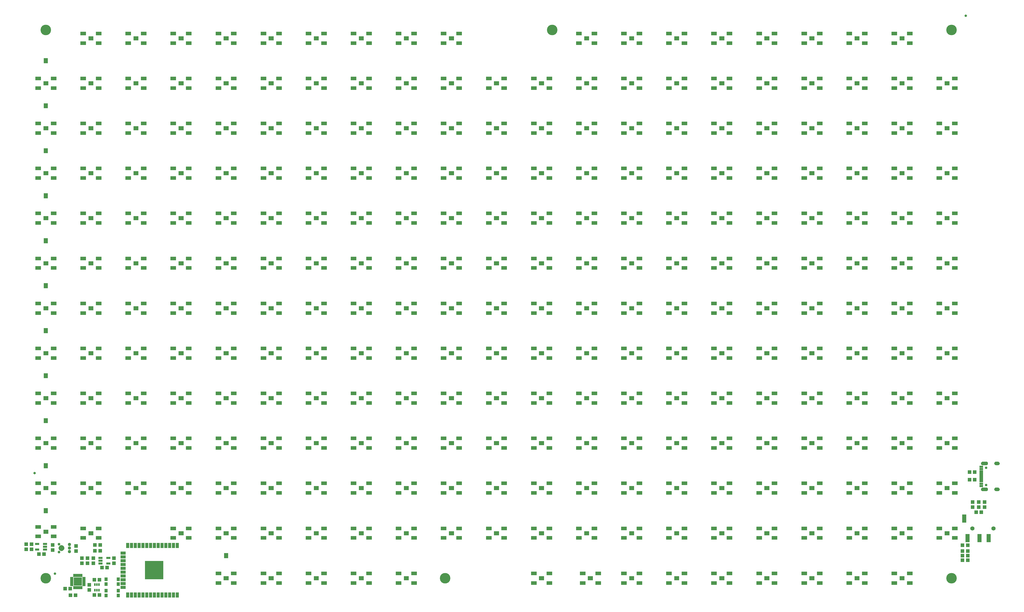
<source format=gts>
G04 EAGLE Gerber RS-274X export*
G75*
%MOMM*%
%FSLAX34Y34*%
%LPD*%
%INSoldermask Top*%
%IPPOS*%
%AMOC8*
5,1,8,0,0,1.08239X$1,22.5*%
G01*
%ADD10R,1.203200X1.303200*%
%ADD11C,0.838200*%
%ADD12R,0.503200X0.863200*%
%ADD13R,1.303200X1.203200*%
%ADD14R,1.103200X1.203200*%
%ADD15R,1.103200X1.703200*%
%ADD16R,1.703200X1.103200*%
%ADD17R,6.203200X6.203200*%
%ADD18R,1.403200X0.753200*%
%ADD19R,0.503200X1.053200*%
%ADD20R,1.053200X0.503200*%
%ADD21R,2.753200X2.753200*%
%ADD22C,3.505200*%
%ADD23R,1.219200X0.503200*%
%ADD24R,1.219200X0.803200*%
%ADD25R,1.219200X0.753200*%
%ADD26C,0.853200*%
%ADD27R,1.403200X2.703200*%
%ADD28C,1.403200*%
%ADD29C,0.500000*%
%ADD30C,0.903200*%
%ADD31C,1.103200*%
%ADD32R,1.854200X1.203200*%
%ADD33R,0.838200X1.473200*%
%ADD34R,1.473200X0.838200*%

G36*
X3205355Y451584D02*
X3205355Y451584D01*
X3205358Y451581D01*
X3206625Y451786D01*
X3206631Y451792D01*
X3206636Y451789D01*
X3207825Y452271D01*
X3207829Y452278D01*
X3207835Y452276D01*
X3208888Y453010D01*
X3208890Y453018D01*
X3208896Y453017D01*
X3209759Y453967D01*
X3209760Y453976D01*
X3209765Y453976D01*
X3210395Y455095D01*
X3210394Y455103D01*
X3210400Y455105D01*
X3210765Y456335D01*
X3210762Y456342D01*
X3210766Y456345D01*
X3210765Y456345D01*
X3210767Y456346D01*
X3210849Y457627D01*
X3210847Y457631D01*
X3210849Y457633D01*
X3210767Y458914D01*
X3210761Y458920D01*
X3210765Y458925D01*
X3210400Y460155D01*
X3210393Y460160D01*
X3210395Y460165D01*
X3209765Y461284D01*
X3209758Y461287D01*
X3209759Y461293D01*
X3208896Y462243D01*
X3208888Y462244D01*
X3208888Y462250D01*
X3207835Y462984D01*
X3207827Y462984D01*
X3207825Y462989D01*
X3206636Y463471D01*
X3206628Y463469D01*
X3206625Y463474D01*
X3205358Y463679D01*
X3205353Y463676D01*
X3205350Y463679D01*
X3193350Y463679D01*
X3193346Y463676D01*
X3193343Y463679D01*
X3192221Y463524D01*
X3192216Y463519D01*
X3192212Y463522D01*
X3191141Y463151D01*
X3191137Y463145D01*
X3191132Y463147D01*
X3190155Y462574D01*
X3190152Y462568D01*
X3190147Y462569D01*
X3189300Y461816D01*
X3189298Y461809D01*
X3189293Y461809D01*
X3188609Y460906D01*
X3188609Y460899D01*
X3188604Y460898D01*
X3188109Y459879D01*
X3188111Y459872D01*
X3188109Y459871D01*
X3188106Y459870D01*
X3187819Y458773D01*
X3187822Y458767D01*
X3187818Y458764D01*
X3187751Y457633D01*
X3187753Y457629D01*
X3187751Y457627D01*
X3187818Y456496D01*
X3187823Y456491D01*
X3187819Y456487D01*
X3188106Y455390D01*
X3188112Y455386D01*
X3188109Y455381D01*
X3188604Y454362D01*
X3188610Y454359D01*
X3188609Y454354D01*
X3189293Y453451D01*
X3189300Y453449D01*
X3189300Y453444D01*
X3190147Y452691D01*
X3190154Y452691D01*
X3190155Y452686D01*
X3191132Y452113D01*
X3191139Y452114D01*
X3191141Y452109D01*
X3192212Y451738D01*
X3192218Y451741D01*
X3192221Y451736D01*
X3193343Y451581D01*
X3193348Y451584D01*
X3193350Y451581D01*
X3205350Y451581D01*
X3205355Y451584D01*
G37*
G36*
X3205355Y365184D02*
X3205355Y365184D01*
X3205358Y365181D01*
X3206625Y365386D01*
X3206631Y365392D01*
X3206636Y365389D01*
X3207825Y365871D01*
X3207829Y365878D01*
X3207835Y365876D01*
X3208888Y366610D01*
X3208890Y366618D01*
X3208896Y366617D01*
X3209759Y367567D01*
X3209760Y367576D01*
X3209765Y367576D01*
X3210395Y368695D01*
X3210394Y368703D01*
X3210400Y368705D01*
X3210765Y369935D01*
X3210762Y369942D01*
X3210766Y369945D01*
X3210765Y369945D01*
X3210767Y369946D01*
X3210849Y371227D01*
X3210847Y371231D01*
X3210849Y371233D01*
X3210767Y372514D01*
X3210761Y372520D01*
X3210765Y372525D01*
X3210400Y373755D01*
X3210393Y373760D01*
X3210395Y373765D01*
X3209765Y374884D01*
X3209758Y374887D01*
X3209759Y374893D01*
X3208896Y375843D01*
X3208888Y375844D01*
X3208888Y375850D01*
X3207835Y376584D01*
X3207827Y376584D01*
X3207825Y376589D01*
X3206636Y377071D01*
X3206628Y377069D01*
X3206625Y377074D01*
X3205358Y377279D01*
X3205353Y377276D01*
X3205350Y377279D01*
X3193350Y377279D01*
X3193346Y377276D01*
X3193343Y377279D01*
X3192221Y377124D01*
X3192216Y377119D01*
X3192212Y377122D01*
X3191141Y376751D01*
X3191137Y376745D01*
X3191132Y376747D01*
X3190155Y376174D01*
X3190152Y376168D01*
X3190147Y376169D01*
X3189300Y375416D01*
X3189298Y375409D01*
X3189293Y375409D01*
X3188609Y374506D01*
X3188609Y374499D01*
X3188604Y374498D01*
X3188109Y373479D01*
X3188111Y373472D01*
X3188109Y373471D01*
X3188106Y373470D01*
X3187819Y372373D01*
X3187822Y372367D01*
X3187818Y372364D01*
X3187751Y371233D01*
X3187753Y371229D01*
X3187751Y371227D01*
X3187818Y370096D01*
X3187823Y370091D01*
X3187819Y370087D01*
X3188106Y368990D01*
X3188112Y368986D01*
X3188109Y368981D01*
X3188604Y367962D01*
X3188610Y367959D01*
X3188609Y367954D01*
X3189293Y367051D01*
X3189300Y367049D01*
X3189300Y367044D01*
X3190147Y366291D01*
X3190154Y366291D01*
X3190155Y366286D01*
X3191132Y365713D01*
X3191139Y365714D01*
X3191141Y365709D01*
X3192212Y365338D01*
X3192218Y365341D01*
X3192221Y365336D01*
X3193343Y365181D01*
X3193348Y365184D01*
X3193350Y365181D01*
X3205350Y365181D01*
X3205355Y365184D01*
G37*
G36*
X3244154Y365183D02*
X3244154Y365183D01*
X3244156Y365181D01*
X3245485Y365336D01*
X3245491Y365342D01*
X3245495Y365339D01*
X3246756Y365786D01*
X3246761Y365793D01*
X3246766Y365791D01*
X3247896Y366508D01*
X3247899Y366515D01*
X3247905Y366514D01*
X3248847Y367465D01*
X3248848Y367473D01*
X3248854Y367473D01*
X3249561Y368609D01*
X3249561Y368614D01*
X3249562Y368615D01*
X3249561Y368617D01*
X3249566Y368619D01*
X3250002Y369884D01*
X3250000Y369892D01*
X3250005Y369895D01*
X3250149Y371225D01*
X3250145Y371231D01*
X3250149Y371235D01*
X3250039Y372401D01*
X3250034Y372406D01*
X3250037Y372410D01*
X3249702Y373533D01*
X3249696Y373537D01*
X3249698Y373541D01*
X3249150Y374577D01*
X3249144Y374580D01*
X3249145Y374585D01*
X3248406Y375493D01*
X3248399Y375495D01*
X3248399Y375500D01*
X3247497Y376247D01*
X3247490Y376247D01*
X3247489Y376253D01*
X3246458Y376809D01*
X3246451Y376808D01*
X3246449Y376813D01*
X3245330Y377157D01*
X3245323Y377155D01*
X3245320Y377159D01*
X3244155Y377279D01*
X3244152Y377277D01*
X3244150Y377279D01*
X3238150Y377279D01*
X3238147Y377277D01*
X3238145Y377279D01*
X3236969Y377168D01*
X3236964Y377163D01*
X3236960Y377166D01*
X3235828Y376828D01*
X3235824Y376822D01*
X3235819Y376824D01*
X3234775Y376272D01*
X3234772Y376265D01*
X3234767Y376267D01*
X3233851Y375521D01*
X3233850Y375514D01*
X3233844Y375514D01*
X3233091Y374605D01*
X3233091Y374597D01*
X3233086Y374597D01*
X3232525Y373557D01*
X3232526Y373550D01*
X3232521Y373548D01*
X3232174Y372419D01*
X3232176Y372413D01*
X3232172Y372410D01*
X3232051Y371235D01*
X3232055Y371228D01*
X3232051Y371224D01*
X3232208Y369884D01*
X3232213Y369878D01*
X3232210Y369873D01*
X3232661Y368602D01*
X3232668Y368597D01*
X3232666Y368592D01*
X3233388Y367453D01*
X3233396Y367450D01*
X3233395Y367444D01*
X3234353Y366494D01*
X3234361Y366493D01*
X3234362Y366487D01*
X3235507Y365774D01*
X3235516Y365775D01*
X3235517Y365769D01*
X3236793Y365329D01*
X3236800Y365331D01*
X3236802Y365329D01*
X3236803Y365327D01*
X3238145Y365181D01*
X3238148Y365183D01*
X3238150Y365181D01*
X3244150Y365181D01*
X3244154Y365183D01*
G37*
G36*
X3244154Y451583D02*
X3244154Y451583D01*
X3244156Y451581D01*
X3245485Y451736D01*
X3245491Y451742D01*
X3245495Y451739D01*
X3246756Y452186D01*
X3246761Y452193D01*
X3246766Y452191D01*
X3247896Y452908D01*
X3247899Y452915D01*
X3247905Y452914D01*
X3248847Y453865D01*
X3248848Y453873D01*
X3248854Y453873D01*
X3249561Y455009D01*
X3249561Y455014D01*
X3249562Y455015D01*
X3249560Y455017D01*
X3249566Y455019D01*
X3250002Y456284D01*
X3250000Y456292D01*
X3250005Y456295D01*
X3250149Y457625D01*
X3250145Y457631D01*
X3250149Y457635D01*
X3250039Y458801D01*
X3250034Y458806D01*
X3250037Y458810D01*
X3249702Y459933D01*
X3249696Y459937D01*
X3249698Y459941D01*
X3249150Y460977D01*
X3249144Y460980D01*
X3249145Y460985D01*
X3248406Y461893D01*
X3248399Y461895D01*
X3248399Y461900D01*
X3247497Y462647D01*
X3247490Y462647D01*
X3247489Y462653D01*
X3246458Y463209D01*
X3246451Y463208D01*
X3246449Y463213D01*
X3245330Y463557D01*
X3245323Y463555D01*
X3245320Y463559D01*
X3244155Y463679D01*
X3244152Y463677D01*
X3244150Y463679D01*
X3238150Y463679D01*
X3238147Y463677D01*
X3238145Y463679D01*
X3236969Y463568D01*
X3236964Y463563D01*
X3236960Y463566D01*
X3235828Y463228D01*
X3235824Y463222D01*
X3235819Y463224D01*
X3234775Y462672D01*
X3234772Y462665D01*
X3234767Y462667D01*
X3233851Y461921D01*
X3233850Y461914D01*
X3233844Y461914D01*
X3233091Y461005D01*
X3233091Y460997D01*
X3233086Y460997D01*
X3232525Y459957D01*
X3232526Y459950D01*
X3232521Y459948D01*
X3232174Y458819D01*
X3232176Y458813D01*
X3232172Y458810D01*
X3232051Y457635D01*
X3232055Y457628D01*
X3232051Y457624D01*
X3232208Y456284D01*
X3232213Y456278D01*
X3232210Y456273D01*
X3232661Y455002D01*
X3232668Y454997D01*
X3232666Y454992D01*
X3233388Y453853D01*
X3233396Y453850D01*
X3233395Y453844D01*
X3234353Y452894D01*
X3234361Y452893D01*
X3234362Y452887D01*
X3235507Y452174D01*
X3235516Y452175D01*
X3235517Y452169D01*
X3236793Y451729D01*
X3236800Y451731D01*
X3236802Y451729D01*
X3236803Y451727D01*
X3238145Y451581D01*
X3238148Y451583D01*
X3238150Y451581D01*
X3244150Y451581D01*
X3244154Y451583D01*
G37*
D10*
X27450Y171200D03*
X27450Y188200D03*
D11*
X3137500Y1950000D03*
X37500Y425000D03*
X105000Y90000D03*
D12*
X238300Y35250D03*
X244800Y53650D03*
X251300Y53650D03*
X238300Y53650D03*
X244800Y35250D03*
X251300Y35250D03*
D13*
X156600Y17900D03*
X173600Y17900D03*
X236300Y19050D03*
X253300Y19050D03*
X236300Y69850D03*
X253300Y69850D03*
D10*
X219400Y52950D03*
X219400Y35950D03*
D14*
X275100Y55500D03*
X275100Y71500D03*
X316100Y71500D03*
X316100Y55500D03*
X316100Y33400D03*
X316100Y17400D03*
X275100Y17400D03*
X275100Y33400D03*
D15*
X512300Y183980D03*
X499600Y183980D03*
X486900Y183980D03*
X474200Y183980D03*
X461500Y183980D03*
X448800Y183980D03*
X436100Y183980D03*
X423400Y183980D03*
X410700Y183980D03*
X398000Y183980D03*
X385300Y183980D03*
X372600Y183980D03*
X359900Y183980D03*
X347200Y183980D03*
D16*
X332300Y158750D03*
X332300Y146050D03*
X332300Y133350D03*
X332300Y120650D03*
X332300Y107950D03*
X332300Y95250D03*
X332300Y82550D03*
X332300Y69850D03*
X332300Y57150D03*
X332300Y44450D03*
D15*
X347200Y19220D03*
X359900Y19220D03*
X372600Y19220D03*
X385300Y19220D03*
X398000Y19220D03*
X410700Y19220D03*
X423400Y19220D03*
X436100Y19220D03*
X448800Y19220D03*
X461500Y19220D03*
X474200Y19220D03*
X486900Y19220D03*
X499600Y19220D03*
X512300Y19220D03*
D17*
X435300Y101600D03*
D18*
X72201Y170200D03*
X72201Y179700D03*
X72201Y189200D03*
X46199Y189200D03*
X46199Y170200D03*
D19*
X168800Y84000D03*
X173800Y84000D03*
X178800Y84000D03*
X183800Y84000D03*
X188800Y84000D03*
X193800Y84000D03*
D20*
X201800Y76000D03*
X201800Y71000D03*
X201800Y66000D03*
X201800Y61000D03*
X201800Y56000D03*
X201800Y51000D03*
X160800Y51000D03*
X160800Y56000D03*
X160800Y61000D03*
X160800Y66000D03*
X160800Y71000D03*
X160800Y76000D03*
D19*
X193800Y43000D03*
X188800Y43000D03*
X183800Y43000D03*
X178800Y43000D03*
X173800Y43000D03*
X168800Y43000D03*
D21*
X181300Y63500D03*
D22*
X3090000Y75000D03*
X75000Y75000D03*
D23*
X3188610Y421930D03*
X3188610Y416930D03*
D24*
X3188610Y446680D03*
D25*
X3188610Y438930D03*
D23*
X3188610Y431930D03*
X3188610Y426930D03*
X3188610Y406930D03*
X3188610Y411930D03*
D24*
X3188610Y382180D03*
D25*
X3188610Y389930D03*
D23*
X3188610Y396930D03*
X3188610Y401930D03*
D26*
X3204600Y385530D03*
X3204600Y443330D03*
D13*
X3149900Y428400D03*
X3166900Y428400D03*
X3149900Y403000D03*
X3166900Y403000D03*
D27*
X3143000Y208500D03*
X3132000Y273500D03*
X3183000Y208500D03*
X3213000Y208500D03*
D28*
X3229000Y241000D03*
X3159000Y241000D03*
D29*
X120000Y175200D02*
X120002Y175372D01*
X120008Y175543D01*
X120019Y175715D01*
X120034Y175886D01*
X120053Y176057D01*
X120076Y176227D01*
X120103Y176397D01*
X120135Y176566D01*
X120170Y176734D01*
X120210Y176901D01*
X120254Y177067D01*
X120301Y177232D01*
X120353Y177396D01*
X120409Y177558D01*
X120469Y177719D01*
X120533Y177879D01*
X120601Y178037D01*
X120672Y178193D01*
X120747Y178347D01*
X120827Y178500D01*
X120909Y178650D01*
X120996Y178799D01*
X121086Y178945D01*
X121180Y179089D01*
X121277Y179231D01*
X121378Y179370D01*
X121482Y179507D01*
X121589Y179641D01*
X121700Y179772D01*
X121813Y179901D01*
X121930Y180027D01*
X122050Y180150D01*
X122173Y180270D01*
X122299Y180387D01*
X122428Y180500D01*
X122559Y180611D01*
X122693Y180718D01*
X122830Y180822D01*
X122969Y180923D01*
X123111Y181020D01*
X123255Y181114D01*
X123401Y181204D01*
X123550Y181291D01*
X123700Y181373D01*
X123853Y181453D01*
X124007Y181528D01*
X124163Y181599D01*
X124321Y181667D01*
X124481Y181731D01*
X124642Y181791D01*
X124804Y181847D01*
X124968Y181899D01*
X125133Y181946D01*
X125299Y181990D01*
X125466Y182030D01*
X125634Y182065D01*
X125803Y182097D01*
X125973Y182124D01*
X126143Y182147D01*
X126314Y182166D01*
X126485Y182181D01*
X126657Y182192D01*
X126828Y182198D01*
X127000Y182200D01*
X127172Y182198D01*
X127343Y182192D01*
X127515Y182181D01*
X127686Y182166D01*
X127857Y182147D01*
X128027Y182124D01*
X128197Y182097D01*
X128366Y182065D01*
X128534Y182030D01*
X128701Y181990D01*
X128867Y181946D01*
X129032Y181899D01*
X129196Y181847D01*
X129358Y181791D01*
X129519Y181731D01*
X129679Y181667D01*
X129837Y181599D01*
X129993Y181528D01*
X130147Y181453D01*
X130300Y181373D01*
X130450Y181291D01*
X130599Y181204D01*
X130745Y181114D01*
X130889Y181020D01*
X131031Y180923D01*
X131170Y180822D01*
X131307Y180718D01*
X131441Y180611D01*
X131572Y180500D01*
X131701Y180387D01*
X131827Y180270D01*
X131950Y180150D01*
X132070Y180027D01*
X132187Y179901D01*
X132300Y179772D01*
X132411Y179641D01*
X132518Y179507D01*
X132622Y179370D01*
X132723Y179231D01*
X132820Y179089D01*
X132914Y178945D01*
X133004Y178799D01*
X133091Y178650D01*
X133173Y178500D01*
X133253Y178347D01*
X133328Y178193D01*
X133399Y178037D01*
X133467Y177879D01*
X133531Y177719D01*
X133591Y177558D01*
X133647Y177396D01*
X133699Y177232D01*
X133746Y177067D01*
X133790Y176901D01*
X133830Y176734D01*
X133865Y176566D01*
X133897Y176397D01*
X133924Y176227D01*
X133947Y176057D01*
X133966Y175886D01*
X133981Y175715D01*
X133992Y175543D01*
X133998Y175372D01*
X134000Y175200D01*
X133998Y175028D01*
X133992Y174857D01*
X133981Y174685D01*
X133966Y174514D01*
X133947Y174343D01*
X133924Y174173D01*
X133897Y174003D01*
X133865Y173834D01*
X133830Y173666D01*
X133790Y173499D01*
X133746Y173333D01*
X133699Y173168D01*
X133647Y173004D01*
X133591Y172842D01*
X133531Y172681D01*
X133467Y172521D01*
X133399Y172363D01*
X133328Y172207D01*
X133253Y172053D01*
X133173Y171900D01*
X133091Y171750D01*
X133004Y171601D01*
X132914Y171455D01*
X132820Y171311D01*
X132723Y171169D01*
X132622Y171030D01*
X132518Y170893D01*
X132411Y170759D01*
X132300Y170628D01*
X132187Y170499D01*
X132070Y170373D01*
X131950Y170250D01*
X131827Y170130D01*
X131701Y170013D01*
X131572Y169900D01*
X131441Y169789D01*
X131307Y169682D01*
X131170Y169578D01*
X131031Y169477D01*
X130889Y169380D01*
X130745Y169286D01*
X130599Y169196D01*
X130450Y169109D01*
X130300Y169027D01*
X130147Y168947D01*
X129993Y168872D01*
X129837Y168801D01*
X129679Y168733D01*
X129519Y168669D01*
X129358Y168609D01*
X129196Y168553D01*
X129032Y168501D01*
X128867Y168454D01*
X128701Y168410D01*
X128534Y168370D01*
X128366Y168335D01*
X128197Y168303D01*
X128027Y168276D01*
X127857Y168253D01*
X127686Y168234D01*
X127515Y168219D01*
X127343Y168208D01*
X127172Y168202D01*
X127000Y168200D01*
X126828Y168202D01*
X126657Y168208D01*
X126485Y168219D01*
X126314Y168234D01*
X126143Y168253D01*
X125973Y168276D01*
X125803Y168303D01*
X125634Y168335D01*
X125466Y168370D01*
X125299Y168410D01*
X125133Y168454D01*
X124968Y168501D01*
X124804Y168553D01*
X124642Y168609D01*
X124481Y168669D01*
X124321Y168733D01*
X124163Y168801D01*
X124007Y168872D01*
X123853Y168947D01*
X123700Y169027D01*
X123550Y169109D01*
X123401Y169196D01*
X123255Y169286D01*
X123111Y169380D01*
X122969Y169477D01*
X122830Y169578D01*
X122693Y169682D01*
X122559Y169789D01*
X122428Y169900D01*
X122299Y170013D01*
X122173Y170130D01*
X122050Y170250D01*
X121930Y170373D01*
X121813Y170499D01*
X121700Y170628D01*
X121589Y170759D01*
X121482Y170893D01*
X121378Y171030D01*
X121277Y171169D01*
X121180Y171311D01*
X121086Y171455D01*
X120996Y171601D01*
X120909Y171750D01*
X120827Y171900D01*
X120747Y172053D01*
X120672Y172207D01*
X120601Y172363D01*
X120533Y172521D01*
X120469Y172681D01*
X120409Y172842D01*
X120353Y173004D01*
X120301Y173168D01*
X120254Y173333D01*
X120210Y173499D01*
X120170Y173666D01*
X120135Y173834D01*
X120103Y174003D01*
X120076Y174173D01*
X120053Y174343D01*
X120034Y174514D01*
X120019Y174685D01*
X120008Y174857D01*
X120002Y175028D01*
X120000Y175200D01*
D30*
X119000Y162200D03*
D31*
X153200Y175200D03*
X153200Y187200D03*
D30*
X119000Y188200D03*
D31*
X153200Y163200D03*
X127000Y175200D03*
D10*
X175800Y182200D03*
X175800Y165200D03*
D13*
X255500Y166400D03*
X238500Y166400D03*
D18*
X256699Y142800D03*
X256699Y133300D03*
X256699Y123800D03*
X282701Y123800D03*
X282701Y142800D03*
D10*
X232950Y124800D03*
X232950Y141800D03*
X194850Y141800D03*
X194850Y124800D03*
X213900Y124800D03*
X213900Y141800D03*
D13*
X261500Y110000D03*
X278500Y110000D03*
D10*
X301450Y141800D03*
X301450Y124800D03*
D13*
X255500Y185450D03*
X238500Y185450D03*
X3143500Y135000D03*
X3126500Y135000D03*
D10*
X3200000Y311500D03*
X3200000Y328500D03*
X3160000Y328500D03*
X3160000Y311500D03*
D13*
X3143500Y165000D03*
X3126500Y165000D03*
D10*
X3180000Y311500D03*
X3180000Y328500D03*
D13*
X3126500Y150000D03*
X3143500Y150000D03*
X3188500Y295000D03*
X3171500Y295000D03*
X3126500Y185000D03*
X3143500Y185000D03*
D32*
X250770Y1859000D03*
X199230Y1859000D03*
X199230Y1891000D03*
X250770Y1891000D03*
X400770Y1859000D03*
X349230Y1859000D03*
X349230Y1891000D03*
X400770Y1891000D03*
D33*
X220936Y1875000D03*
X229064Y1875000D03*
X370936Y1875000D03*
X379064Y1875000D03*
D32*
X550770Y1859000D03*
X499230Y1859000D03*
X499230Y1891000D03*
X550770Y1891000D03*
X700770Y1859000D03*
X649230Y1859000D03*
X649230Y1891000D03*
X700770Y1891000D03*
D33*
X520936Y1875000D03*
X529064Y1875000D03*
X670936Y1875000D03*
X679064Y1875000D03*
D32*
X850770Y1859000D03*
X799230Y1859000D03*
X799230Y1891000D03*
X850770Y1891000D03*
X1000770Y1859000D03*
X949230Y1859000D03*
X949230Y1891000D03*
X1000770Y1891000D03*
D33*
X820936Y1875000D03*
X829064Y1875000D03*
X970936Y1875000D03*
X979064Y1875000D03*
D32*
X1150770Y1859000D03*
X1099230Y1859000D03*
X1099230Y1891000D03*
X1150770Y1891000D03*
X1300770Y1859000D03*
X1249230Y1859000D03*
X1249230Y1891000D03*
X1300770Y1891000D03*
D33*
X1120936Y1875000D03*
X1129064Y1875000D03*
X1270936Y1875000D03*
X1279064Y1875000D03*
D32*
X1450770Y1859000D03*
X1399230Y1859000D03*
X1399230Y1891000D03*
X1450770Y1891000D03*
D33*
X1420936Y1875000D03*
X1429064Y1875000D03*
D32*
X1900770Y1859000D03*
X1849230Y1859000D03*
X1849230Y1891000D03*
X1900770Y1891000D03*
X2050770Y1859000D03*
X1999230Y1859000D03*
X1999230Y1891000D03*
X2050770Y1891000D03*
D33*
X1870936Y1875000D03*
X1879064Y1875000D03*
X2020936Y1875000D03*
X2029064Y1875000D03*
D32*
X2200770Y1859000D03*
X2149230Y1859000D03*
X2149230Y1891000D03*
X2200770Y1891000D03*
X2350770Y1859000D03*
X2299230Y1859000D03*
X2299230Y1891000D03*
X2350770Y1891000D03*
D33*
X2170936Y1875000D03*
X2179064Y1875000D03*
X2320936Y1875000D03*
X2329064Y1875000D03*
D32*
X2500770Y1859000D03*
X2449230Y1859000D03*
X2449230Y1891000D03*
X2500770Y1891000D03*
X2650770Y1859000D03*
X2599230Y1859000D03*
X2599230Y1891000D03*
X2650770Y1891000D03*
D33*
X2470936Y1875000D03*
X2479064Y1875000D03*
X2620936Y1875000D03*
X2629064Y1875000D03*
D32*
X2800770Y1859000D03*
X2749230Y1859000D03*
X2749230Y1891000D03*
X2800770Y1891000D03*
X2950770Y1859000D03*
X2899230Y1859000D03*
X2899230Y1891000D03*
X2950770Y1891000D03*
D33*
X2770936Y1875000D03*
X2779064Y1875000D03*
X2920936Y1875000D03*
X2929064Y1875000D03*
D32*
X100770Y1709000D03*
X49230Y1709000D03*
X49230Y1741000D03*
X100770Y1741000D03*
D33*
X70936Y1725000D03*
X79064Y1725000D03*
D32*
X250770Y1709000D03*
X199230Y1709000D03*
X199230Y1741000D03*
X250770Y1741000D03*
D33*
X220936Y1725000D03*
X229064Y1725000D03*
D32*
X400770Y1709000D03*
X349230Y1709000D03*
X349230Y1741000D03*
X400770Y1741000D03*
X550770Y1709000D03*
X499230Y1709000D03*
X499230Y1741000D03*
X550770Y1741000D03*
D33*
X370936Y1725000D03*
X379064Y1725000D03*
X520936Y1725000D03*
X529064Y1725000D03*
D32*
X700770Y1709000D03*
X649230Y1709000D03*
X649230Y1741000D03*
X700770Y1741000D03*
X850770Y1709000D03*
X799230Y1709000D03*
X799230Y1741000D03*
X850770Y1741000D03*
D33*
X670936Y1725000D03*
X679064Y1725000D03*
X820936Y1725000D03*
X829064Y1725000D03*
D32*
X1000770Y1709000D03*
X949230Y1709000D03*
X949230Y1741000D03*
X1000770Y1741000D03*
X1150770Y1709000D03*
X1099230Y1709000D03*
X1099230Y1741000D03*
X1150770Y1741000D03*
D33*
X970936Y1725000D03*
X979064Y1725000D03*
X1120936Y1725000D03*
X1129064Y1725000D03*
D32*
X1300770Y1709000D03*
X1249230Y1709000D03*
X1249230Y1741000D03*
X1300770Y1741000D03*
X1450770Y1709000D03*
X1399230Y1709000D03*
X1399230Y1741000D03*
X1450770Y1741000D03*
D33*
X1270936Y1725000D03*
X1279064Y1725000D03*
X1420936Y1725000D03*
X1429064Y1725000D03*
D32*
X1600770Y1709000D03*
X1549230Y1709000D03*
X1549230Y1741000D03*
X1600770Y1741000D03*
X1750770Y1709000D03*
X1699230Y1709000D03*
X1699230Y1741000D03*
X1750770Y1741000D03*
D33*
X1570936Y1725000D03*
X1579064Y1725000D03*
X1720936Y1725000D03*
X1729064Y1725000D03*
D32*
X1900770Y1709000D03*
X1849230Y1709000D03*
X1849230Y1741000D03*
X1900770Y1741000D03*
D33*
X1870936Y1725000D03*
X1879064Y1725000D03*
D32*
X2050770Y1709000D03*
X1999230Y1709000D03*
X1999230Y1741000D03*
X2050770Y1741000D03*
X2200770Y1709000D03*
X2149230Y1709000D03*
X2149230Y1741000D03*
X2200770Y1741000D03*
D33*
X2020936Y1725000D03*
X2029064Y1725000D03*
X2170936Y1725000D03*
X2179064Y1725000D03*
D32*
X2350770Y1709000D03*
X2299230Y1709000D03*
X2299230Y1741000D03*
X2350770Y1741000D03*
X2500770Y1709000D03*
X2449230Y1709000D03*
X2449230Y1741000D03*
X2500770Y1741000D03*
D33*
X2320936Y1725000D03*
X2329064Y1725000D03*
X2470936Y1725000D03*
X2479064Y1725000D03*
D32*
X2650770Y1709000D03*
X2599230Y1709000D03*
X2599230Y1741000D03*
X2650770Y1741000D03*
X2800770Y1709000D03*
X2749230Y1709000D03*
X2749230Y1741000D03*
X2800770Y1741000D03*
D33*
X2620936Y1725000D03*
X2629064Y1725000D03*
X2770936Y1725000D03*
X2779064Y1725000D03*
D32*
X2950770Y1709000D03*
X2899230Y1709000D03*
X2899230Y1741000D03*
X2950770Y1741000D03*
X3100770Y1709000D03*
X3049230Y1709000D03*
X3049230Y1741000D03*
X3100770Y1741000D03*
D33*
X2920936Y1725000D03*
X2929064Y1725000D03*
X3070936Y1725000D03*
X3079064Y1725000D03*
D32*
X100770Y1559000D03*
X49230Y1559000D03*
X49230Y1591000D03*
X100770Y1591000D03*
X250770Y1559000D03*
X199230Y1559000D03*
X199230Y1591000D03*
X250770Y1591000D03*
D33*
X70936Y1575000D03*
X79064Y1575000D03*
X220936Y1575000D03*
X229064Y1575000D03*
D32*
X400770Y1559000D03*
X349230Y1559000D03*
X349230Y1591000D03*
X400770Y1591000D03*
D33*
X370936Y1575000D03*
X379064Y1575000D03*
D32*
X550770Y1559000D03*
X499230Y1559000D03*
X499230Y1591000D03*
X550770Y1591000D03*
X700770Y1559000D03*
X649230Y1559000D03*
X649230Y1591000D03*
X700770Y1591000D03*
D33*
X520936Y1575000D03*
X529064Y1575000D03*
X670936Y1575000D03*
X679064Y1575000D03*
D32*
X850770Y1559000D03*
X799230Y1559000D03*
X799230Y1591000D03*
X850770Y1591000D03*
X1000770Y1559000D03*
X949230Y1559000D03*
X949230Y1591000D03*
X1000770Y1591000D03*
D33*
X820936Y1575000D03*
X829064Y1575000D03*
X970936Y1575000D03*
X979064Y1575000D03*
D32*
X1150770Y1559000D03*
X1099230Y1559000D03*
X1099230Y1591000D03*
X1150770Y1591000D03*
X1300770Y1559000D03*
X1249230Y1559000D03*
X1249230Y1591000D03*
X1300770Y1591000D03*
D33*
X1120936Y1575000D03*
X1129064Y1575000D03*
X1270936Y1575000D03*
X1279064Y1575000D03*
D32*
X1450770Y1559000D03*
X1399230Y1559000D03*
X1399230Y1591000D03*
X1450770Y1591000D03*
X1600770Y1559000D03*
X1549230Y1559000D03*
X1549230Y1591000D03*
X1600770Y1591000D03*
D33*
X1420936Y1575000D03*
X1429064Y1575000D03*
X1570936Y1575000D03*
X1579064Y1575000D03*
D32*
X1750770Y1559000D03*
X1699230Y1559000D03*
X1699230Y1591000D03*
X1750770Y1591000D03*
X1900770Y1559000D03*
X1849230Y1559000D03*
X1849230Y1591000D03*
X1900770Y1591000D03*
D33*
X1720936Y1575000D03*
X1729064Y1575000D03*
X1870936Y1575000D03*
X1879064Y1575000D03*
D32*
X2050770Y1559000D03*
X1999230Y1559000D03*
X1999230Y1591000D03*
X2050770Y1591000D03*
D33*
X2020936Y1575000D03*
X2029064Y1575000D03*
D32*
X2200770Y1559000D03*
X2149230Y1559000D03*
X2149230Y1591000D03*
X2200770Y1591000D03*
X2350770Y1559000D03*
X2299230Y1559000D03*
X2299230Y1591000D03*
X2350770Y1591000D03*
D33*
X2170936Y1575000D03*
X2179064Y1575000D03*
X2320936Y1575000D03*
X2329064Y1575000D03*
D32*
X2500770Y1559000D03*
X2449230Y1559000D03*
X2449230Y1591000D03*
X2500770Y1591000D03*
X2650770Y1559000D03*
X2599230Y1559000D03*
X2599230Y1591000D03*
X2650770Y1591000D03*
D33*
X2470936Y1575000D03*
X2479064Y1575000D03*
X2620936Y1575000D03*
X2629064Y1575000D03*
D32*
X2800770Y1559000D03*
X2749230Y1559000D03*
X2749230Y1591000D03*
X2800770Y1591000D03*
X2950770Y1559000D03*
X2899230Y1559000D03*
X2899230Y1591000D03*
X2950770Y1591000D03*
D33*
X2770936Y1575000D03*
X2779064Y1575000D03*
X2920936Y1575000D03*
X2929064Y1575000D03*
D32*
X3100770Y1559000D03*
X3049230Y1559000D03*
X3049230Y1591000D03*
X3100770Y1591000D03*
X100770Y1409000D03*
X49230Y1409000D03*
X49230Y1441000D03*
X100770Y1441000D03*
D33*
X3070936Y1575000D03*
X3079064Y1575000D03*
X70936Y1425000D03*
X79064Y1425000D03*
D32*
X250770Y1409000D03*
X199230Y1409000D03*
X199230Y1441000D03*
X250770Y1441000D03*
X400770Y1409000D03*
X349230Y1409000D03*
X349230Y1441000D03*
X400770Y1441000D03*
D33*
X220936Y1425000D03*
X229064Y1425000D03*
X370936Y1425000D03*
X379064Y1425000D03*
D32*
X550770Y1409000D03*
X499230Y1409000D03*
X499230Y1441000D03*
X550770Y1441000D03*
D33*
X520936Y1425000D03*
X529064Y1425000D03*
D32*
X700770Y1409000D03*
X649230Y1409000D03*
X649230Y1441000D03*
X700770Y1441000D03*
X850770Y1409000D03*
X799230Y1409000D03*
X799230Y1441000D03*
X850770Y1441000D03*
D33*
X670936Y1425000D03*
X679064Y1425000D03*
X820936Y1425000D03*
X829064Y1425000D03*
D32*
X1000770Y1409000D03*
X949230Y1409000D03*
X949230Y1441000D03*
X1000770Y1441000D03*
X1150770Y1409000D03*
X1099230Y1409000D03*
X1099230Y1441000D03*
X1150770Y1441000D03*
D33*
X970936Y1425000D03*
X979064Y1425000D03*
X1120936Y1425000D03*
X1129064Y1425000D03*
D32*
X1300770Y1409000D03*
X1249230Y1409000D03*
X1249230Y1441000D03*
X1300770Y1441000D03*
X1450770Y1409000D03*
X1399230Y1409000D03*
X1399230Y1441000D03*
X1450770Y1441000D03*
D33*
X1270936Y1425000D03*
X1279064Y1425000D03*
X1420936Y1425000D03*
X1429064Y1425000D03*
D32*
X1600770Y1409000D03*
X1549230Y1409000D03*
X1549230Y1441000D03*
X1600770Y1441000D03*
X1750770Y1409000D03*
X1699230Y1409000D03*
X1699230Y1441000D03*
X1750770Y1441000D03*
D33*
X1570936Y1425000D03*
X1579064Y1425000D03*
X1720936Y1425000D03*
X1729064Y1425000D03*
D32*
X1900770Y1409000D03*
X1849230Y1409000D03*
X1849230Y1441000D03*
X1900770Y1441000D03*
X2050770Y1409000D03*
X1999230Y1409000D03*
X1999230Y1441000D03*
X2050770Y1441000D03*
D33*
X1870936Y1425000D03*
X1879064Y1425000D03*
X2020936Y1425000D03*
X2029064Y1425000D03*
D32*
X2200770Y1409000D03*
X2149230Y1409000D03*
X2149230Y1441000D03*
X2200770Y1441000D03*
D33*
X2170936Y1425000D03*
X2179064Y1425000D03*
D32*
X2350770Y1409000D03*
X2299230Y1409000D03*
X2299230Y1441000D03*
X2350770Y1441000D03*
X2500770Y1409000D03*
X2449230Y1409000D03*
X2449230Y1441000D03*
X2500770Y1441000D03*
D33*
X2320936Y1425000D03*
X2329064Y1425000D03*
X2470936Y1425000D03*
X2479064Y1425000D03*
D32*
X2650770Y1409000D03*
X2599230Y1409000D03*
X2599230Y1441000D03*
X2650770Y1441000D03*
X2800770Y1409000D03*
X2749230Y1409000D03*
X2749230Y1441000D03*
X2800770Y1441000D03*
D33*
X2620936Y1425000D03*
X2629064Y1425000D03*
X2770936Y1425000D03*
X2779064Y1425000D03*
D32*
X2950770Y1409000D03*
X2899230Y1409000D03*
X2899230Y1441000D03*
X2950770Y1441000D03*
X3100770Y1409000D03*
X3049230Y1409000D03*
X3049230Y1441000D03*
X3100770Y1441000D03*
D33*
X2920936Y1425000D03*
X2929064Y1425000D03*
X3070936Y1425000D03*
X3079064Y1425000D03*
D32*
X100770Y1259000D03*
X49230Y1259000D03*
X49230Y1291000D03*
X100770Y1291000D03*
X250770Y1259000D03*
X199230Y1259000D03*
X199230Y1291000D03*
X250770Y1291000D03*
D33*
X70936Y1275000D03*
X79064Y1275000D03*
X220936Y1275000D03*
X229064Y1275000D03*
D32*
X400770Y1259000D03*
X349230Y1259000D03*
X349230Y1291000D03*
X400770Y1291000D03*
X550770Y1259000D03*
X499230Y1259000D03*
X499230Y1291000D03*
X550770Y1291000D03*
D33*
X370936Y1275000D03*
X379064Y1275000D03*
X520936Y1275000D03*
X529064Y1275000D03*
D32*
X700770Y1259000D03*
X649230Y1259000D03*
X649230Y1291000D03*
X700770Y1291000D03*
D33*
X670936Y1275000D03*
X679064Y1275000D03*
D32*
X850770Y1259000D03*
X799230Y1259000D03*
X799230Y1291000D03*
X850770Y1291000D03*
X1000770Y1259000D03*
X949230Y1259000D03*
X949230Y1291000D03*
X1000770Y1291000D03*
D33*
X820936Y1275000D03*
X829064Y1275000D03*
X970936Y1275000D03*
X979064Y1275000D03*
D32*
X1150770Y1259000D03*
X1099230Y1259000D03*
X1099230Y1291000D03*
X1150770Y1291000D03*
X1300770Y1259000D03*
X1249230Y1259000D03*
X1249230Y1291000D03*
X1300770Y1291000D03*
D33*
X1120936Y1275000D03*
X1129064Y1275000D03*
X1270936Y1275000D03*
X1279064Y1275000D03*
D32*
X1450770Y1259000D03*
X1399230Y1259000D03*
X1399230Y1291000D03*
X1450770Y1291000D03*
X1600770Y1259000D03*
X1549230Y1259000D03*
X1549230Y1291000D03*
X1600770Y1291000D03*
D33*
X1420936Y1275000D03*
X1429064Y1275000D03*
X1570936Y1275000D03*
X1579064Y1275000D03*
D32*
X1750770Y1259000D03*
X1699230Y1259000D03*
X1699230Y1291000D03*
X1750770Y1291000D03*
X1900770Y1259000D03*
X1849230Y1259000D03*
X1849230Y1291000D03*
X1900770Y1291000D03*
D33*
X1720936Y1275000D03*
X1729064Y1275000D03*
X1870936Y1275000D03*
X1879064Y1275000D03*
D32*
X2050770Y1259000D03*
X1999230Y1259000D03*
X1999230Y1291000D03*
X2050770Y1291000D03*
X2200770Y1259000D03*
X2149230Y1259000D03*
X2149230Y1291000D03*
X2200770Y1291000D03*
D33*
X2020936Y1275000D03*
X2029064Y1275000D03*
X2170936Y1275000D03*
X2179064Y1275000D03*
D32*
X2350770Y1259000D03*
X2299230Y1259000D03*
X2299230Y1291000D03*
X2350770Y1291000D03*
D33*
X2320936Y1275000D03*
X2329064Y1275000D03*
D32*
X2500770Y1259000D03*
X2449230Y1259000D03*
X2449230Y1291000D03*
X2500770Y1291000D03*
X2650770Y1259000D03*
X2599230Y1259000D03*
X2599230Y1291000D03*
X2650770Y1291000D03*
D33*
X2470936Y1275000D03*
X2479064Y1275000D03*
X2620936Y1275000D03*
X2629064Y1275000D03*
D32*
X2800770Y1259000D03*
X2749230Y1259000D03*
X2749230Y1291000D03*
X2800770Y1291000D03*
X2950770Y1259000D03*
X2899230Y1259000D03*
X2899230Y1291000D03*
X2950770Y1291000D03*
D33*
X2770936Y1275000D03*
X2779064Y1275000D03*
X2920936Y1275000D03*
X2929064Y1275000D03*
D32*
X3100770Y1259000D03*
X3049230Y1259000D03*
X3049230Y1291000D03*
X3100770Y1291000D03*
X100770Y1109000D03*
X49230Y1109000D03*
X49230Y1141000D03*
X100770Y1141000D03*
D33*
X3070936Y1275000D03*
X3079064Y1275000D03*
X70936Y1125000D03*
X79064Y1125000D03*
D32*
X250770Y1109000D03*
X199230Y1109000D03*
X199230Y1141000D03*
X250770Y1141000D03*
X400770Y1109000D03*
X349230Y1109000D03*
X349230Y1141000D03*
X400770Y1141000D03*
D33*
X220936Y1125000D03*
X229064Y1125000D03*
X370936Y1125000D03*
X379064Y1125000D03*
D32*
X550770Y1109000D03*
X499230Y1109000D03*
X499230Y1141000D03*
X550770Y1141000D03*
X700770Y1109000D03*
X649230Y1109000D03*
X649230Y1141000D03*
X700770Y1141000D03*
D33*
X520936Y1125000D03*
X529064Y1125000D03*
X670936Y1125000D03*
X679064Y1125000D03*
D32*
X850770Y1109000D03*
X799230Y1109000D03*
X799230Y1141000D03*
X850770Y1141000D03*
D33*
X820936Y1125000D03*
X829064Y1125000D03*
D32*
X1000770Y1109000D03*
X949230Y1109000D03*
X949230Y1141000D03*
X1000770Y1141000D03*
X1150770Y1109000D03*
X1099230Y1109000D03*
X1099230Y1141000D03*
X1150770Y1141000D03*
D33*
X970936Y1125000D03*
X979064Y1125000D03*
X1120936Y1125000D03*
X1129064Y1125000D03*
D32*
X1300770Y1109000D03*
X1249230Y1109000D03*
X1249230Y1141000D03*
X1300770Y1141000D03*
X1450770Y1109000D03*
X1399230Y1109000D03*
X1399230Y1141000D03*
X1450770Y1141000D03*
D33*
X1270936Y1125000D03*
X1279064Y1125000D03*
X1420936Y1125000D03*
X1429064Y1125000D03*
D32*
X1600770Y1109000D03*
X1549230Y1109000D03*
X1549230Y1141000D03*
X1600770Y1141000D03*
X1750770Y1109000D03*
X1699230Y1109000D03*
X1699230Y1141000D03*
X1750770Y1141000D03*
D33*
X1570936Y1125000D03*
X1579064Y1125000D03*
X1720936Y1125000D03*
X1729064Y1125000D03*
D32*
X1900770Y1109000D03*
X1849230Y1109000D03*
X1849230Y1141000D03*
X1900770Y1141000D03*
X2050770Y1109000D03*
X1999230Y1109000D03*
X1999230Y1141000D03*
X2050770Y1141000D03*
D33*
X1870936Y1125000D03*
X1879064Y1125000D03*
X2020936Y1125000D03*
X2029064Y1125000D03*
D32*
X2200770Y1109000D03*
X2149230Y1109000D03*
X2149230Y1141000D03*
X2200770Y1141000D03*
X2350770Y1109000D03*
X2299230Y1109000D03*
X2299230Y1141000D03*
X2350770Y1141000D03*
D33*
X2170936Y1125000D03*
X2179064Y1125000D03*
X2320936Y1125000D03*
X2329064Y1125000D03*
D32*
X2500770Y1109000D03*
X2449230Y1109000D03*
X2449230Y1141000D03*
X2500770Y1141000D03*
D33*
X2470936Y1125000D03*
X2479064Y1125000D03*
D32*
X2650770Y1109000D03*
X2599230Y1109000D03*
X2599230Y1141000D03*
X2650770Y1141000D03*
X2800770Y1109000D03*
X2749230Y1109000D03*
X2749230Y1141000D03*
X2800770Y1141000D03*
D33*
X2620936Y1125000D03*
X2629064Y1125000D03*
X2770936Y1125000D03*
X2779064Y1125000D03*
D32*
X2950770Y1109000D03*
X2899230Y1109000D03*
X2899230Y1141000D03*
X2950770Y1141000D03*
X3100770Y1109000D03*
X3049230Y1109000D03*
X3049230Y1141000D03*
X3100770Y1141000D03*
D33*
X2920936Y1125000D03*
X2929064Y1125000D03*
X3070936Y1125000D03*
X3079064Y1125000D03*
D32*
X100770Y959000D03*
X49230Y959000D03*
X49230Y991000D03*
X100770Y991000D03*
X250770Y959000D03*
X199230Y959000D03*
X199230Y991000D03*
X250770Y991000D03*
D33*
X70936Y975000D03*
X79064Y975000D03*
X220936Y975000D03*
X229064Y975000D03*
D32*
X400770Y959000D03*
X349230Y959000D03*
X349230Y991000D03*
X400770Y991000D03*
X550770Y959000D03*
X499230Y959000D03*
X499230Y991000D03*
X550770Y991000D03*
D33*
X370936Y975000D03*
X379064Y975000D03*
X520936Y975000D03*
X529064Y975000D03*
D32*
X700770Y959000D03*
X649230Y959000D03*
X649230Y991000D03*
X700770Y991000D03*
X850770Y959000D03*
X799230Y959000D03*
X799230Y991000D03*
X850770Y991000D03*
D33*
X670936Y975000D03*
X679064Y975000D03*
X820936Y975000D03*
X829064Y975000D03*
D32*
X1000770Y959000D03*
X949230Y959000D03*
X949230Y991000D03*
X1000770Y991000D03*
D33*
X970936Y975000D03*
X979064Y975000D03*
D32*
X1150770Y959000D03*
X1099230Y959000D03*
X1099230Y991000D03*
X1150770Y991000D03*
X1300770Y959000D03*
X1249230Y959000D03*
X1249230Y991000D03*
X1300770Y991000D03*
D33*
X1120936Y975000D03*
X1129064Y975000D03*
X1270936Y975000D03*
X1279064Y975000D03*
D32*
X1450770Y959000D03*
X1399230Y959000D03*
X1399230Y991000D03*
X1450770Y991000D03*
X1600770Y959000D03*
X1549230Y959000D03*
X1549230Y991000D03*
X1600770Y991000D03*
D33*
X1420936Y975000D03*
X1429064Y975000D03*
X1570936Y975000D03*
X1579064Y975000D03*
D32*
X1750770Y959000D03*
X1699230Y959000D03*
X1699230Y991000D03*
X1750770Y991000D03*
X1900770Y959000D03*
X1849230Y959000D03*
X1849230Y991000D03*
X1900770Y991000D03*
D33*
X1720936Y975000D03*
X1729064Y975000D03*
X1870936Y975000D03*
X1879064Y975000D03*
D32*
X2050770Y959000D03*
X1999230Y959000D03*
X1999230Y991000D03*
X2050770Y991000D03*
X2200770Y959000D03*
X2149230Y959000D03*
X2149230Y991000D03*
X2200770Y991000D03*
D33*
X2020936Y975000D03*
X2029064Y975000D03*
X2170936Y975000D03*
X2179064Y975000D03*
D32*
X2350770Y959000D03*
X2299230Y959000D03*
X2299230Y991000D03*
X2350770Y991000D03*
X2500770Y959000D03*
X2449230Y959000D03*
X2449230Y991000D03*
X2500770Y991000D03*
D33*
X2320936Y975000D03*
X2329064Y975000D03*
X2470936Y975000D03*
X2479064Y975000D03*
D32*
X2650770Y959000D03*
X2599230Y959000D03*
X2599230Y991000D03*
X2650770Y991000D03*
D33*
X2620936Y975000D03*
X2629064Y975000D03*
D32*
X2800770Y959000D03*
X2749230Y959000D03*
X2749230Y991000D03*
X2800770Y991000D03*
X2950770Y959000D03*
X2899230Y959000D03*
X2899230Y991000D03*
X2950770Y991000D03*
D33*
X2770936Y975000D03*
X2779064Y975000D03*
X2920936Y975000D03*
X2929064Y975000D03*
D32*
X3100770Y959000D03*
X3049230Y959000D03*
X3049230Y991000D03*
X3100770Y991000D03*
X100770Y809000D03*
X49230Y809000D03*
X49230Y841000D03*
X100770Y841000D03*
D33*
X3070936Y975000D03*
X3079064Y975000D03*
X70936Y825000D03*
X79064Y825000D03*
D32*
X250770Y809000D03*
X199230Y809000D03*
X199230Y841000D03*
X250770Y841000D03*
X400770Y809000D03*
X349230Y809000D03*
X349230Y841000D03*
X400770Y841000D03*
D33*
X220936Y825000D03*
X229064Y825000D03*
X370936Y825000D03*
X379064Y825000D03*
D32*
X550770Y809000D03*
X499230Y809000D03*
X499230Y841000D03*
X550770Y841000D03*
X700770Y809000D03*
X649230Y809000D03*
X649230Y841000D03*
X700770Y841000D03*
D33*
X520936Y825000D03*
X529064Y825000D03*
X670936Y825000D03*
X679064Y825000D03*
D32*
X850770Y809000D03*
X799230Y809000D03*
X799230Y841000D03*
X850770Y841000D03*
X1000770Y809000D03*
X949230Y809000D03*
X949230Y841000D03*
X1000770Y841000D03*
D33*
X820936Y825000D03*
X829064Y825000D03*
X970936Y825000D03*
X979064Y825000D03*
D32*
X1150770Y809000D03*
X1099230Y809000D03*
X1099230Y841000D03*
X1150770Y841000D03*
D33*
X1120936Y825000D03*
X1129064Y825000D03*
D32*
X1300770Y809000D03*
X1249230Y809000D03*
X1249230Y841000D03*
X1300770Y841000D03*
X1450770Y809000D03*
X1399230Y809000D03*
X1399230Y841000D03*
X1450770Y841000D03*
D33*
X1270936Y825000D03*
X1279064Y825000D03*
X1420936Y825000D03*
X1429064Y825000D03*
D32*
X1600770Y809000D03*
X1549230Y809000D03*
X1549230Y841000D03*
X1600770Y841000D03*
X1750770Y809000D03*
X1699230Y809000D03*
X1699230Y841000D03*
X1750770Y841000D03*
D33*
X1570936Y825000D03*
X1579064Y825000D03*
X1720936Y825000D03*
X1729064Y825000D03*
D32*
X1900770Y809000D03*
X1849230Y809000D03*
X1849230Y841000D03*
X1900770Y841000D03*
X2050770Y809000D03*
X1999230Y809000D03*
X1999230Y841000D03*
X2050770Y841000D03*
D33*
X1870936Y825000D03*
X1879064Y825000D03*
X2020936Y825000D03*
X2029064Y825000D03*
D32*
X2200770Y809000D03*
X2149230Y809000D03*
X2149230Y841000D03*
X2200770Y841000D03*
X2350770Y809000D03*
X2299230Y809000D03*
X2299230Y841000D03*
X2350770Y841000D03*
D33*
X2170936Y825000D03*
X2179064Y825000D03*
X2320936Y825000D03*
X2329064Y825000D03*
D32*
X2500770Y809000D03*
X2449230Y809000D03*
X2449230Y841000D03*
X2500770Y841000D03*
X2650770Y809000D03*
X2599230Y809000D03*
X2599230Y841000D03*
X2650770Y841000D03*
D33*
X2470936Y825000D03*
X2479064Y825000D03*
X2620936Y825000D03*
X2629064Y825000D03*
D32*
X2800770Y809000D03*
X2749230Y809000D03*
X2749230Y841000D03*
X2800770Y841000D03*
D33*
X2770936Y825000D03*
X2779064Y825000D03*
D32*
X2950770Y809000D03*
X2899230Y809000D03*
X2899230Y841000D03*
X2950770Y841000D03*
X3100770Y809000D03*
X3049230Y809000D03*
X3049230Y841000D03*
X3100770Y841000D03*
D33*
X2920936Y825000D03*
X2929064Y825000D03*
X3070936Y825000D03*
X3079064Y825000D03*
D32*
X100770Y659000D03*
X49230Y659000D03*
X49230Y691000D03*
X100770Y691000D03*
X250770Y659000D03*
X199230Y659000D03*
X199230Y691000D03*
X250770Y691000D03*
D33*
X70936Y675000D03*
X79064Y675000D03*
X220936Y675000D03*
X229064Y675000D03*
D32*
X400770Y659000D03*
X349230Y659000D03*
X349230Y691000D03*
X400770Y691000D03*
X550770Y659000D03*
X499230Y659000D03*
X499230Y691000D03*
X550770Y691000D03*
D33*
X370936Y675000D03*
X379064Y675000D03*
X520936Y675000D03*
X529064Y675000D03*
D32*
X700770Y659000D03*
X649230Y659000D03*
X649230Y691000D03*
X700770Y691000D03*
X850770Y659000D03*
X799230Y659000D03*
X799230Y691000D03*
X850770Y691000D03*
D33*
X670936Y675000D03*
X679064Y675000D03*
X820936Y675000D03*
X829064Y675000D03*
D32*
X1000770Y659000D03*
X949230Y659000D03*
X949230Y691000D03*
X1000770Y691000D03*
X1150770Y659000D03*
X1099230Y659000D03*
X1099230Y691000D03*
X1150770Y691000D03*
D33*
X970936Y675000D03*
X979064Y675000D03*
X1120936Y675000D03*
X1129064Y675000D03*
D32*
X1300770Y659000D03*
X1249230Y659000D03*
X1249230Y691000D03*
X1300770Y691000D03*
D33*
X1270936Y675000D03*
X1279064Y675000D03*
D32*
X1450770Y659000D03*
X1399230Y659000D03*
X1399230Y691000D03*
X1450770Y691000D03*
X1600770Y659000D03*
X1549230Y659000D03*
X1549230Y691000D03*
X1600770Y691000D03*
D33*
X1420936Y675000D03*
X1429064Y675000D03*
X1570936Y675000D03*
X1579064Y675000D03*
D32*
X1750770Y659000D03*
X1699230Y659000D03*
X1699230Y691000D03*
X1750770Y691000D03*
X1900770Y659000D03*
X1849230Y659000D03*
X1849230Y691000D03*
X1900770Y691000D03*
D33*
X1720936Y675000D03*
X1729064Y675000D03*
X1870936Y675000D03*
X1879064Y675000D03*
D32*
X2050770Y659000D03*
X1999230Y659000D03*
X1999230Y691000D03*
X2050770Y691000D03*
X2200770Y659000D03*
X2149230Y659000D03*
X2149230Y691000D03*
X2200770Y691000D03*
D33*
X2020936Y675000D03*
X2029064Y675000D03*
X2170936Y675000D03*
X2179064Y675000D03*
D32*
X2350770Y659000D03*
X2299230Y659000D03*
X2299230Y691000D03*
X2350770Y691000D03*
X2500770Y659000D03*
X2449230Y659000D03*
X2449230Y691000D03*
X2500770Y691000D03*
D33*
X2320936Y675000D03*
X2329064Y675000D03*
X2470936Y675000D03*
X2479064Y675000D03*
D32*
X2650770Y659000D03*
X2599230Y659000D03*
X2599230Y691000D03*
X2650770Y691000D03*
X2800770Y659000D03*
X2749230Y659000D03*
X2749230Y691000D03*
X2800770Y691000D03*
D33*
X2620936Y675000D03*
X2629064Y675000D03*
X2770936Y675000D03*
X2779064Y675000D03*
D32*
X2950770Y659000D03*
X2899230Y659000D03*
X2899230Y691000D03*
X2950770Y691000D03*
D33*
X2920936Y675000D03*
X2929064Y675000D03*
D32*
X3100770Y659000D03*
X3049230Y659000D03*
X3049230Y691000D03*
X3100770Y691000D03*
X100770Y509000D03*
X49230Y509000D03*
X49230Y541000D03*
X100770Y541000D03*
D33*
X3070936Y675000D03*
X3079064Y675000D03*
X70936Y525000D03*
X79064Y525000D03*
D32*
X250770Y509000D03*
X199230Y509000D03*
X199230Y541000D03*
X250770Y541000D03*
X400770Y509000D03*
X349230Y509000D03*
X349230Y541000D03*
X400770Y541000D03*
D33*
X220936Y525000D03*
X229064Y525000D03*
X370936Y525000D03*
X379064Y525000D03*
D32*
X550770Y509000D03*
X499230Y509000D03*
X499230Y541000D03*
X550770Y541000D03*
X700770Y509000D03*
X649230Y509000D03*
X649230Y541000D03*
X700770Y541000D03*
D33*
X520936Y525000D03*
X529064Y525000D03*
X670936Y525000D03*
X679064Y525000D03*
D32*
X850770Y509000D03*
X799230Y509000D03*
X799230Y541000D03*
X850770Y541000D03*
X1000770Y509000D03*
X949230Y509000D03*
X949230Y541000D03*
X1000770Y541000D03*
D33*
X820936Y525000D03*
X829064Y525000D03*
X970936Y525000D03*
X979064Y525000D03*
D32*
X1150770Y509000D03*
X1099230Y509000D03*
X1099230Y541000D03*
X1150770Y541000D03*
X1300770Y509000D03*
X1249230Y509000D03*
X1249230Y541000D03*
X1300770Y541000D03*
D33*
X1120936Y525000D03*
X1129064Y525000D03*
X1270936Y525000D03*
X1279064Y525000D03*
D32*
X1450770Y509000D03*
X1399230Y509000D03*
X1399230Y541000D03*
X1450770Y541000D03*
D33*
X1420936Y525000D03*
X1429064Y525000D03*
D32*
X1600770Y509000D03*
X1549230Y509000D03*
X1549230Y541000D03*
X1600770Y541000D03*
X1750770Y509000D03*
X1699230Y509000D03*
X1699230Y541000D03*
X1750770Y541000D03*
D33*
X1570936Y525000D03*
X1579064Y525000D03*
X1720936Y525000D03*
X1729064Y525000D03*
D32*
X1900770Y509000D03*
X1849230Y509000D03*
X1849230Y541000D03*
X1900770Y541000D03*
X2050770Y509000D03*
X1999230Y509000D03*
X1999230Y541000D03*
X2050770Y541000D03*
D33*
X1870936Y525000D03*
X1879064Y525000D03*
X2020936Y525000D03*
X2029064Y525000D03*
D32*
X2200770Y509000D03*
X2149230Y509000D03*
X2149230Y541000D03*
X2200770Y541000D03*
X2350770Y509000D03*
X2299230Y509000D03*
X2299230Y541000D03*
X2350770Y541000D03*
D33*
X2170936Y525000D03*
X2179064Y525000D03*
X2320936Y525000D03*
X2329064Y525000D03*
D32*
X2500770Y509000D03*
X2449230Y509000D03*
X2449230Y541000D03*
X2500770Y541000D03*
X2650770Y509000D03*
X2599230Y509000D03*
X2599230Y541000D03*
X2650770Y541000D03*
D33*
X2470936Y525000D03*
X2479064Y525000D03*
X2620936Y525000D03*
X2629064Y525000D03*
D32*
X2800770Y509000D03*
X2749230Y509000D03*
X2749230Y541000D03*
X2800770Y541000D03*
X2950770Y509000D03*
X2899230Y509000D03*
X2899230Y541000D03*
X2950770Y541000D03*
D33*
X2770936Y525000D03*
X2779064Y525000D03*
X2920936Y525000D03*
X2929064Y525000D03*
D32*
X3100770Y509000D03*
X3049230Y509000D03*
X3049230Y541000D03*
X3100770Y541000D03*
D33*
X3070936Y525000D03*
X3079064Y525000D03*
D32*
X250770Y359000D03*
X199230Y359000D03*
X199230Y391000D03*
X250770Y391000D03*
D33*
X220936Y375000D03*
X229064Y375000D03*
D32*
X400770Y359000D03*
X349230Y359000D03*
X349230Y391000D03*
X400770Y391000D03*
X550770Y359000D03*
X499230Y359000D03*
X499230Y391000D03*
X550770Y391000D03*
D33*
X370936Y375000D03*
X379064Y375000D03*
X520936Y375000D03*
X529064Y375000D03*
D32*
X700770Y359000D03*
X649230Y359000D03*
X649230Y391000D03*
X700770Y391000D03*
X850770Y359000D03*
X799230Y359000D03*
X799230Y391000D03*
X850770Y391000D03*
D33*
X670936Y375000D03*
X679064Y375000D03*
X820936Y375000D03*
X829064Y375000D03*
D32*
X1000770Y359000D03*
X949230Y359000D03*
X949230Y391000D03*
X1000770Y391000D03*
X1150770Y359000D03*
X1099230Y359000D03*
X1099230Y391000D03*
X1150770Y391000D03*
D33*
X970936Y375000D03*
X979064Y375000D03*
X1120936Y375000D03*
X1129064Y375000D03*
D32*
X1300770Y359000D03*
X1249230Y359000D03*
X1249230Y391000D03*
X1300770Y391000D03*
X1450770Y359000D03*
X1399230Y359000D03*
X1399230Y391000D03*
X1450770Y391000D03*
D33*
X1270936Y375000D03*
X1279064Y375000D03*
X1420936Y375000D03*
X1429064Y375000D03*
D32*
X1600770Y359000D03*
X1549230Y359000D03*
X1549230Y391000D03*
X1600770Y391000D03*
D33*
X1570936Y375000D03*
X1579064Y375000D03*
D32*
X1750770Y359000D03*
X1699230Y359000D03*
X1699230Y391000D03*
X1750770Y391000D03*
X1900770Y359000D03*
X1849230Y359000D03*
X1849230Y391000D03*
X1900770Y391000D03*
D33*
X1720936Y375000D03*
X1729064Y375000D03*
X1870936Y375000D03*
X1879064Y375000D03*
D32*
X2050770Y359000D03*
X1999230Y359000D03*
X1999230Y391000D03*
X2050770Y391000D03*
X2200770Y359000D03*
X2149230Y359000D03*
X2149230Y391000D03*
X2200770Y391000D03*
D33*
X2020936Y375000D03*
X2029064Y375000D03*
X2170936Y375000D03*
X2179064Y375000D03*
D32*
X2350770Y359000D03*
X2299230Y359000D03*
X2299230Y391000D03*
X2350770Y391000D03*
X2500770Y359000D03*
X2449230Y359000D03*
X2449230Y391000D03*
X2500770Y391000D03*
D33*
X2320936Y375000D03*
X2329064Y375000D03*
X2470936Y375000D03*
X2479064Y375000D03*
D32*
X2650770Y359000D03*
X2599230Y359000D03*
X2599230Y391000D03*
X2650770Y391000D03*
X2800770Y359000D03*
X2749230Y359000D03*
X2749230Y391000D03*
X2800770Y391000D03*
D33*
X2620936Y375000D03*
X2629064Y375000D03*
X2770936Y375000D03*
X2779064Y375000D03*
D32*
X2950770Y359000D03*
X2899230Y359000D03*
X2899230Y391000D03*
X2950770Y391000D03*
X3100770Y359000D03*
X3049230Y359000D03*
X3049230Y391000D03*
X3100770Y391000D03*
D33*
X2920936Y375000D03*
X2929064Y375000D03*
X3070936Y375000D03*
X3079064Y375000D03*
D32*
X850770Y209000D03*
X799230Y209000D03*
X799230Y241000D03*
X850770Y241000D03*
D33*
X820936Y225000D03*
X829064Y225000D03*
D32*
X1000770Y209000D03*
X949230Y209000D03*
X949230Y241000D03*
X1000770Y241000D03*
X1150770Y209000D03*
X1099230Y209000D03*
X1099230Y241000D03*
X1150770Y241000D03*
D33*
X970936Y225000D03*
X979064Y225000D03*
X1120936Y225000D03*
X1129064Y225000D03*
D32*
X1300770Y209000D03*
X1249230Y209000D03*
X1249230Y241000D03*
X1300770Y241000D03*
X1450770Y209000D03*
X1399230Y209000D03*
X1399230Y241000D03*
X1450770Y241000D03*
D33*
X1270936Y225000D03*
X1279064Y225000D03*
X1420936Y225000D03*
X1429064Y225000D03*
D32*
X1600770Y209000D03*
X1549230Y209000D03*
X1549230Y241000D03*
X1600770Y241000D03*
X1750770Y209000D03*
X1699230Y209000D03*
X1699230Y241000D03*
X1750770Y241000D03*
D33*
X1570936Y225000D03*
X1579064Y225000D03*
X1720936Y225000D03*
X1729064Y225000D03*
D32*
X1900770Y209000D03*
X1849230Y209000D03*
X1849230Y241000D03*
X1900770Y241000D03*
X2050770Y209000D03*
X1999230Y209000D03*
X1999230Y241000D03*
X2050770Y241000D03*
D33*
X1870936Y225000D03*
X1879064Y225000D03*
X2020936Y225000D03*
X2029064Y225000D03*
D32*
X2200770Y209000D03*
X2149230Y209000D03*
X2149230Y241000D03*
X2200770Y241000D03*
X2350770Y209000D03*
X2299230Y209000D03*
X2299230Y241000D03*
X2350770Y241000D03*
D33*
X2170936Y225000D03*
X2179064Y225000D03*
X2320936Y225000D03*
X2329064Y225000D03*
D32*
X2500770Y209000D03*
X2449230Y209000D03*
X2449230Y241000D03*
X2500770Y241000D03*
D33*
X2470936Y225000D03*
X2479064Y225000D03*
D32*
X2650770Y209000D03*
X2599230Y209000D03*
X2599230Y241000D03*
X2650770Y241000D03*
X2800770Y209000D03*
X2749230Y209000D03*
X2749230Y241000D03*
X2800770Y241000D03*
D33*
X2620936Y225000D03*
X2629064Y225000D03*
X2770936Y225000D03*
X2779064Y225000D03*
D32*
X2950770Y209000D03*
X2899230Y209000D03*
X2899230Y241000D03*
X2950770Y241000D03*
X3100770Y209000D03*
X3049230Y209000D03*
X3049230Y241000D03*
X3100770Y241000D03*
D33*
X2920936Y225000D03*
X2929064Y225000D03*
X3070936Y225000D03*
X3079064Y225000D03*
D32*
X850770Y59000D03*
X799230Y59000D03*
X799230Y91000D03*
X850770Y91000D03*
X1000770Y59000D03*
X949230Y59000D03*
X949230Y91000D03*
X1000770Y91000D03*
D33*
X820936Y75000D03*
X829064Y75000D03*
X970936Y75000D03*
X979064Y75000D03*
D32*
X1150770Y59000D03*
X1099230Y59000D03*
X1099230Y91000D03*
X1150770Y91000D03*
X1300770Y59000D03*
X1249230Y59000D03*
X1249230Y91000D03*
X1300770Y91000D03*
D33*
X1120936Y75000D03*
X1129064Y75000D03*
X1270936Y75000D03*
X1279064Y75000D03*
D32*
X1750770Y59000D03*
X1699230Y59000D03*
X1699230Y91000D03*
X1750770Y91000D03*
D33*
X1720936Y75000D03*
X1729064Y75000D03*
D32*
X1913270Y59000D03*
X1861730Y59000D03*
X1861730Y91000D03*
X1913270Y91000D03*
X2050770Y59000D03*
X1999230Y59000D03*
X1999230Y91000D03*
X2050770Y91000D03*
D33*
X1883436Y75000D03*
X1891564Y75000D03*
X2020936Y75000D03*
X2029064Y75000D03*
D32*
X2200770Y59000D03*
X2149230Y59000D03*
X2149230Y91000D03*
X2200770Y91000D03*
X2350770Y59000D03*
X2299230Y59000D03*
X2299230Y91000D03*
X2350770Y91000D03*
D33*
X2170936Y75000D03*
X2179064Y75000D03*
X2320936Y75000D03*
X2329064Y75000D03*
D32*
X2500770Y59000D03*
X2449230Y59000D03*
X2449230Y91000D03*
X2500770Y91000D03*
X2650770Y59000D03*
X2599230Y59000D03*
X2599230Y91000D03*
X2650770Y91000D03*
D33*
X2470936Y75000D03*
X2479064Y75000D03*
X2620936Y75000D03*
X2629064Y75000D03*
D32*
X2800770Y59000D03*
X2749230Y59000D03*
X2749230Y91000D03*
X2800770Y91000D03*
X2950770Y59000D03*
X2899230Y59000D03*
X2899230Y91000D03*
X2950770Y91000D03*
D33*
X2770936Y75000D03*
X2779064Y75000D03*
X2920936Y75000D03*
X2929064Y75000D03*
D13*
X139290Y40030D03*
X156290Y40030D03*
D22*
X1760730Y1902500D03*
X1404270Y75000D03*
X3090000Y1902500D03*
X75000Y1902500D03*
D10*
X9500Y171200D03*
X9500Y188200D03*
D13*
X68500Y155000D03*
X51500Y155000D03*
D10*
X97500Y186000D03*
X97500Y169000D03*
D32*
X100770Y359000D03*
X49230Y359000D03*
X49230Y391000D03*
X100770Y391000D03*
D33*
X70936Y375000D03*
X79064Y375000D03*
D32*
X100770Y214000D03*
X49230Y214000D03*
X49230Y246000D03*
X100770Y246000D03*
D33*
X70936Y230000D03*
X79064Y230000D03*
D32*
X250770Y209000D03*
X199230Y209000D03*
X199230Y241000D03*
X250770Y241000D03*
X550770Y209000D03*
X499230Y209000D03*
X499230Y241000D03*
X550770Y241000D03*
D33*
X220936Y225000D03*
X229064Y225000D03*
X520936Y225000D03*
X529064Y225000D03*
D32*
X700770Y209000D03*
X649230Y209000D03*
X649230Y241000D03*
X700770Y241000D03*
D33*
X670936Y225000D03*
X679064Y225000D03*
D34*
X75000Y1804064D03*
X75000Y1795936D03*
D32*
X700770Y59000D03*
X649230Y59000D03*
X649230Y91000D03*
X700770Y91000D03*
D33*
X670936Y75000D03*
X679064Y75000D03*
D34*
X75000Y1654064D03*
X75000Y1645936D03*
X75000Y1504064D03*
X75000Y1495936D03*
X75000Y1354064D03*
X75000Y1345936D03*
X75000Y1204064D03*
X75000Y1195936D03*
X75000Y1054064D03*
X75000Y1045936D03*
X75000Y904064D03*
X75000Y895936D03*
X75000Y754064D03*
X75000Y745936D03*
X75000Y604064D03*
X75000Y595936D03*
X75000Y454064D03*
X75000Y445936D03*
X75000Y304064D03*
X75000Y295936D03*
X675000Y154064D03*
X675000Y145936D03*
M02*

</source>
